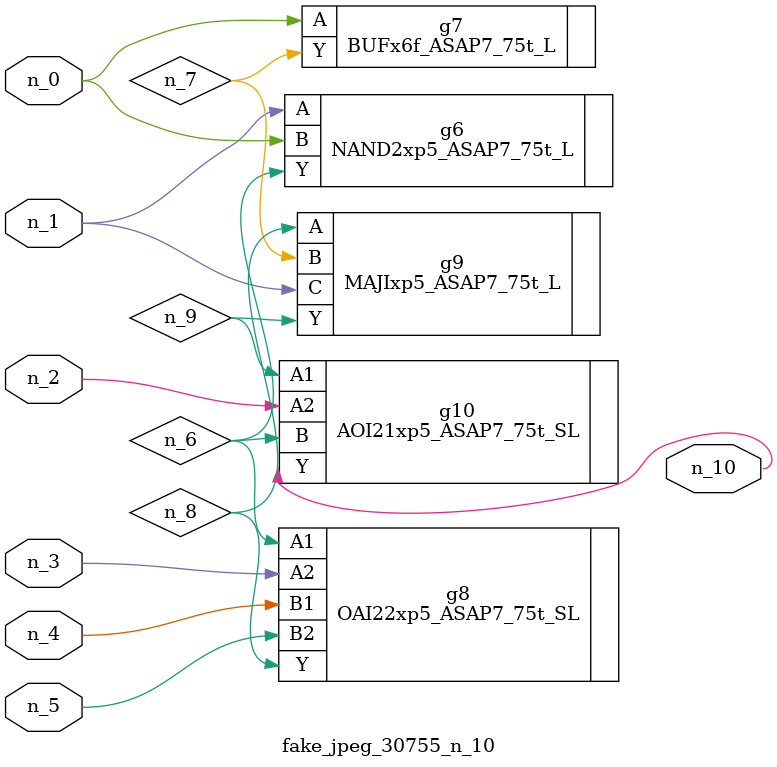
<source format=v>
module fake_jpeg_30755_n_10 (n_3, n_2, n_1, n_0, n_4, n_5, n_10);

input n_3;
input n_2;
input n_1;
input n_0;
input n_4;
input n_5;

output n_10;

wire n_8;
wire n_9;
wire n_6;
wire n_7;

NAND2xp5_ASAP7_75t_L g6 ( 
.A(n_1),
.B(n_0),
.Y(n_6)
);

BUFx6f_ASAP7_75t_L g7 ( 
.A(n_0),
.Y(n_7)
);

OAI22xp5_ASAP7_75t_SL g8 ( 
.A1(n_6),
.A2(n_3),
.B1(n_4),
.B2(n_5),
.Y(n_8)
);

MAJIxp5_ASAP7_75t_L g9 ( 
.A(n_8),
.B(n_7),
.C(n_1),
.Y(n_9)
);

AOI21xp5_ASAP7_75t_SL g10 ( 
.A1(n_9),
.A2(n_2),
.B(n_6),
.Y(n_10)
);


endmodule
</source>
